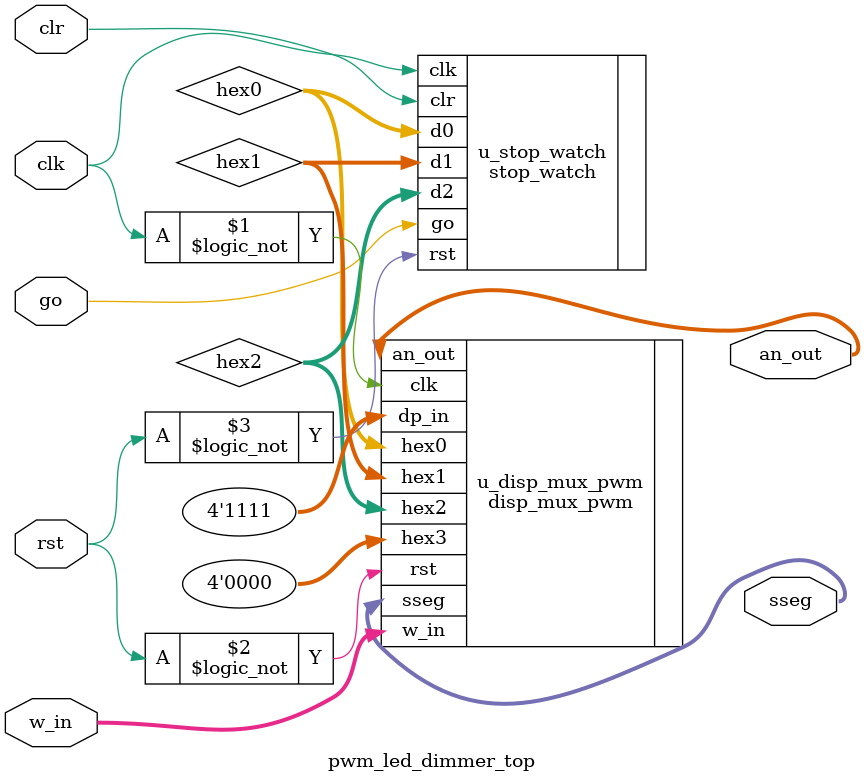
<source format=sv>
module pwm_led_dimmer_top
(
	input  logic			clk,
	input  logic			rst,
	
	input  logic [3:0]		w_in,
	
	output logic [3:0]		an_out,
	output logic [7:0]		sseg,
	
	input  logic            go,
	input  logic            clr
);

	logic [3:0] hex0, hex1, hex2;

	disp_mux_pwm u_disp_mux_pwm
	(
		.clk			(!clk),
		.rst			(!rst),
		
		.hex0			(hex0),
		.hex1			(hex1),
		.hex2			(hex2),
		.hex3			(4'b0000),
		
		.dp_in			(4'b1111),
		
		.an_out			(an_out),
		.sseg			(sseg),
		
		.w_in			(w_in)
	);
	
	stop_watch u_stop_watch
	(
		.clk			(clk),
		.rst			(!rst),
		
		.go				(go),
		.clr			(clr),
		
		.d2				(hex2),
		.d1				(hex1),
		.d0				(hex0)
	);
	
endmodule
</source>
